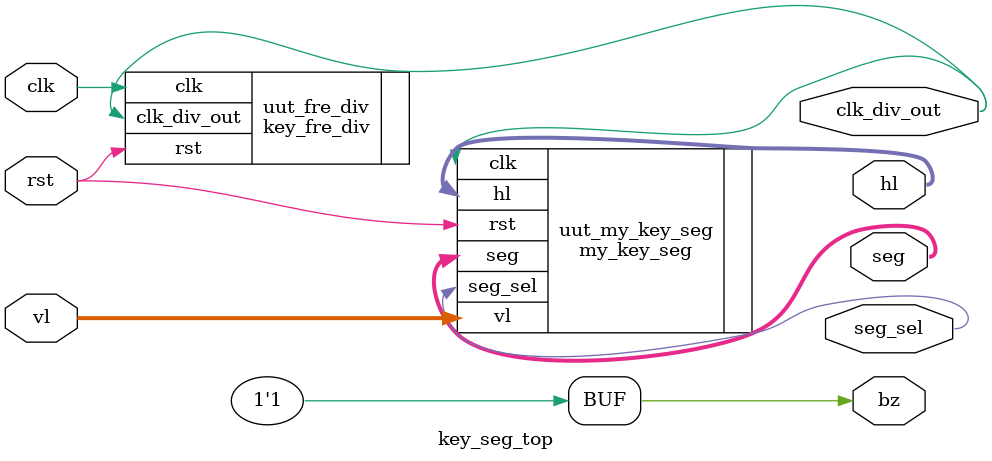
<source format=v>
`include "key_fre_div.v"
`include "key_seg.v"
`include "my_key_seg.v"
module key_seg_top(
						input clk,
						input rst,
						input [3:0] vl,
						output [3:0] hl,
						output seg_sel,
						output [7:0] seg,
						output clk_div_out,
						output bz
);

//wire clk_key;
assign bz = 1;

key_fre_div uut_fre_div(
					.clk(clk),
					.rst(rst),
					.clk_div_out(clk_div_out)
);

my_key_seg uut_my_key_seg(
					.clk(clk_div_out),
					.rst(rst),
					.vl(vl),
					.hl(hl),
					.seg_sel(seg_sel),
					.seg(seg)
);

endmodule

</source>
